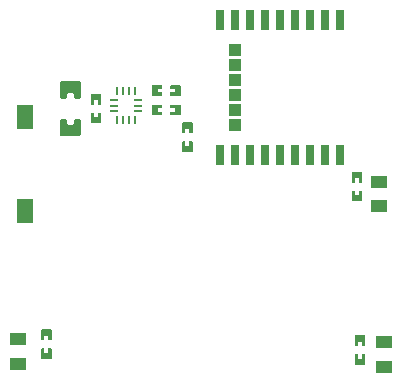
<source format=gtp>
G04 Layer: TopPasteMaskLayer*
G04 EasyEDA v6.5.40, 2024-06-15 16:39:10*
G04 e63031535b224d068feaf967c7116de5,10*
G04 Gerber Generator version 0.2*
G04 Scale: 100 percent, Rotated: No, Reflected: No *
G04 Dimensions in millimeters *
G04 leading zeros omitted , absolute positions ,4 integer and 5 decimal *
%FSLAX45Y45*%
%MOMM*%

%ADD10R,1.3995X1.0000*%
%ADD11R,1.3800X2.0000*%
%ADD12R,0.8000X1.8000*%
%ADD13R,1.0000X1.0000*%
%ADD14R,0.2800X0.6750*%
%ADD15R,0.6750X0.2800*%

%LPD*%
G36*
X8064296Y7002576D02*
G01*
X8054289Y6992620D01*
X8054289Y6864096D01*
X8064296Y6854088D01*
X8101330Y6854088D01*
X8111337Y6864096D01*
X8111337Y6894575D01*
X8121345Y6904583D01*
X8160054Y6904583D01*
X8170062Y6894575D01*
X8170062Y6864096D01*
X8180070Y6854088D01*
X8217103Y6854088D01*
X8227110Y6864096D01*
X8227110Y6992620D01*
X8217103Y7002576D01*
G37*
G36*
X8064296Y6684111D02*
G01*
X8054289Y6674103D01*
X8054289Y6545580D01*
X8064296Y6535623D01*
X8217103Y6535623D01*
X8227110Y6545580D01*
X8227110Y6674103D01*
X8217103Y6684111D01*
X8180070Y6684111D01*
X8170062Y6674103D01*
X8170062Y6643624D01*
X8160054Y6633616D01*
X8121345Y6633616D01*
X8111337Y6643624D01*
X8111337Y6674103D01*
X8101330Y6684111D01*
G37*
G36*
X10526420Y6233210D02*
G01*
X10521391Y6228181D01*
X10521391Y6148222D01*
X10526420Y6143193D01*
X10549178Y6143193D01*
X10549178Y6180226D01*
X10582198Y6180226D01*
X10582198Y6143193D01*
X10606379Y6143193D01*
X10611408Y6148222D01*
X10611408Y6228181D01*
X10606379Y6233210D01*
G37*
G36*
X10526420Y6073190D02*
G01*
X10521391Y6068212D01*
X10521391Y5989218D01*
X10526420Y5984189D01*
X10606379Y5984189D01*
X10611408Y5989218D01*
X10611408Y6068212D01*
X10606379Y6073190D01*
X10582198Y6073190D01*
X10582198Y6035192D01*
X10549178Y6035192D01*
X10549178Y6073190D01*
G37*
G36*
X10551820Y4848910D02*
G01*
X10546791Y4843881D01*
X10546791Y4763922D01*
X10551820Y4758893D01*
X10574578Y4758893D01*
X10574578Y4795926D01*
X10607598Y4795926D01*
X10607598Y4758893D01*
X10631779Y4758893D01*
X10636808Y4763922D01*
X10636808Y4843881D01*
X10631779Y4848910D01*
G37*
G36*
X10551820Y4688890D02*
G01*
X10546791Y4683912D01*
X10546791Y4604918D01*
X10551820Y4599889D01*
X10631779Y4599889D01*
X10636808Y4604918D01*
X10636808Y4683912D01*
X10631779Y4688890D01*
X10607598Y4688890D01*
X10607598Y4650892D01*
X10574578Y4650892D01*
X10574578Y4688890D01*
G37*
G36*
X8993022Y6801408D02*
G01*
X8987993Y6796379D01*
X8987993Y6773621D01*
X9024975Y6773621D01*
X9024975Y6740601D01*
X8987993Y6740601D01*
X8987993Y6716420D01*
X8993022Y6711391D01*
X9072981Y6711391D01*
X9078010Y6716420D01*
X9078010Y6796379D01*
X9072981Y6801408D01*
G37*
G36*
X8834018Y6801408D02*
G01*
X8828989Y6796379D01*
X8828989Y6716420D01*
X8834018Y6711391D01*
X8913012Y6711391D01*
X8917990Y6716420D01*
X8917990Y6740601D01*
X8879992Y6740601D01*
X8879992Y6773621D01*
X8917990Y6773621D01*
X8917990Y6796379D01*
X8913012Y6801408D01*
G37*
G36*
X8993022Y6966508D02*
G01*
X8987993Y6961479D01*
X8987993Y6938721D01*
X9024975Y6938721D01*
X9024975Y6905701D01*
X8987993Y6905701D01*
X8987993Y6881520D01*
X8993022Y6876491D01*
X9072981Y6876491D01*
X9078010Y6881520D01*
X9078010Y6961479D01*
X9072981Y6966508D01*
G37*
G36*
X8834018Y6966508D02*
G01*
X8828989Y6961479D01*
X8828989Y6881520D01*
X8834018Y6876491D01*
X8913012Y6876491D01*
X8917990Y6881520D01*
X8917990Y6905701D01*
X8879992Y6905701D01*
X8879992Y6938721D01*
X8917990Y6938721D01*
X8917990Y6961479D01*
X8913012Y6966508D01*
G37*
G36*
X9091320Y6652310D02*
G01*
X9086291Y6647281D01*
X9086291Y6567322D01*
X9091320Y6562293D01*
X9114078Y6562293D01*
X9114078Y6599326D01*
X9147098Y6599326D01*
X9147098Y6562293D01*
X9171279Y6562293D01*
X9176308Y6567322D01*
X9176308Y6647281D01*
X9171279Y6652310D01*
G37*
G36*
X9091320Y6492290D02*
G01*
X9086291Y6487312D01*
X9086291Y6408318D01*
X9091320Y6403289D01*
X9171279Y6403289D01*
X9176308Y6408318D01*
X9176308Y6487312D01*
X9171279Y6492290D01*
X9147098Y6492290D01*
X9147098Y6454292D01*
X9114078Y6454292D01*
X9114078Y6492290D01*
G37*
G36*
X8316620Y6893610D02*
G01*
X8311591Y6888581D01*
X8311591Y6808622D01*
X8316620Y6803593D01*
X8339378Y6803593D01*
X8339378Y6840626D01*
X8372398Y6840626D01*
X8372398Y6803593D01*
X8396579Y6803593D01*
X8401608Y6808622D01*
X8401608Y6888581D01*
X8396579Y6893610D01*
G37*
G36*
X8316620Y6733590D02*
G01*
X8311591Y6728612D01*
X8311591Y6649618D01*
X8316620Y6644589D01*
X8396579Y6644589D01*
X8401608Y6649618D01*
X8401608Y6728612D01*
X8396579Y6733590D01*
X8372398Y6733590D01*
X8372398Y6695592D01*
X8339378Y6695592D01*
X8339378Y6733590D01*
G37*
G36*
X7897520Y4899710D02*
G01*
X7892491Y4894681D01*
X7892491Y4814722D01*
X7897520Y4809693D01*
X7920278Y4809693D01*
X7920278Y4846726D01*
X7953298Y4846726D01*
X7953298Y4809693D01*
X7977479Y4809693D01*
X7982508Y4814722D01*
X7982508Y4894681D01*
X7977479Y4899710D01*
G37*
G36*
X7897520Y4739690D02*
G01*
X7892491Y4734712D01*
X7892491Y4655718D01*
X7897520Y4650689D01*
X7977479Y4650689D01*
X7982508Y4655718D01*
X7982508Y4734712D01*
X7977479Y4739690D01*
X7953298Y4739690D01*
X7953298Y4701692D01*
X7920278Y4701692D01*
X7920278Y4739690D01*
G37*
D10*
G01*
X7696200Y4606670D03*
G01*
X7696200Y4816729D03*
G01*
X10795000Y4581270D03*
G01*
X10795000Y4791329D03*
G01*
X10756900Y5940170D03*
G01*
X10756900Y6150229D03*
D11*
G01*
X7759700Y6699199D03*
G01*
X7759700Y5899200D03*
D12*
G01*
X10426700Y7521905D03*
G01*
X10299700Y7521905D03*
G01*
X10172700Y7521905D03*
G01*
X10045700Y7521905D03*
G01*
X9918700Y7521905D03*
G01*
X9791700Y7521905D03*
G01*
X9664700Y7521905D03*
G01*
X9537700Y7521905D03*
G01*
X9410700Y7521905D03*
D13*
G01*
X9537700Y7264400D03*
G01*
X9537700Y7137400D03*
G01*
X9537700Y7010400D03*
G01*
X9537700Y6883400D03*
G01*
X9537700Y6756400D03*
G01*
X9537700Y6629400D03*
D12*
G01*
X9410700Y6371894D03*
G01*
X9537700Y6371894D03*
G01*
X9664700Y6371894D03*
G01*
X9791700Y6371894D03*
G01*
X9918700Y6371894D03*
G01*
X10045700Y6371894D03*
G01*
X10172700Y6371894D03*
G01*
X10299700Y6371894D03*
G01*
X10426700Y6371894D03*
D14*
G01*
X8685606Y6920712D03*
G01*
X8635593Y6920712D03*
G01*
X8585606Y6920712D03*
G01*
X8535593Y6920712D03*
D15*
G01*
X8509355Y6844487D03*
G01*
X8509355Y6794500D03*
G01*
X8509355Y6744487D03*
D14*
G01*
X8535593Y6668312D03*
G01*
X8585606Y6668312D03*
G01*
X8635593Y6668312D03*
G01*
X8685606Y6668312D03*
D15*
G01*
X8711844Y6744487D03*
G01*
X8711844Y6794500D03*
G01*
X8711844Y6844487D03*
M02*

</source>
